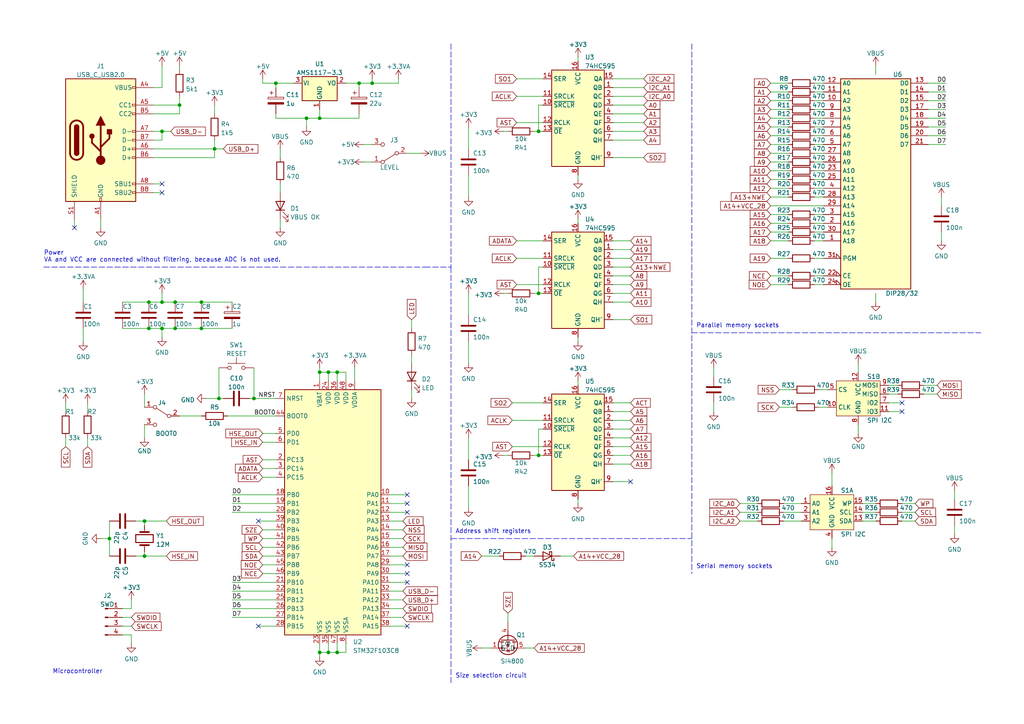
<source format=kicad_sch>
(kicad_sch (version 20211123) (generator eeschema)
  (paper "A4")
  (title_block (title "Memory dumper") (date "2022-10-15") (rev "0.1") (comment 1 "Made by HA5PLS"))
  (junction (at 156.21 38.1))
  (junction (at 73.66 115.57))
  (junction (at 58.42 87.63))
  (junction (at 80.01 24.13))
  (junction (at 92.71 107.95))
  (junction (at 107.95 24.13))
  (junction (at 41.91 151.13))
  (junction (at 156.21 85.09))
  (junction (at 50.8 87.63))
  (junction (at 95.25 107.95))
  (junction (at 46.99 38.1))
  (junction (at 46.99 95.25))
  (junction (at 58.42 95.25))
  (junction (at 95.25 189.23))
  (junction (at 92.71 189.23))
  (junction (at 46.99 87.63))
  (junction (at 43.18 95.25))
  (junction (at 63.5 115.57))
  (junction (at 43.18 87.63))
  (junction (at 97.79 189.23))
  (junction (at 92.71 34.29))
  (junction (at 50.8 95.25))
  (junction (at 97.79 107.95))
  (junction (at 62.23 43.18))
  (junction (at 88.9 34.29))
  (junction (at 156.21 132.08))
  (junction (at 31.75 156.21))
  (junction (at 104.14 24.13))
  (junction (at 52.07 30.48))
  (junction (at 41.91 161.29))
  (no_connect (at 21.59 66.04))
  (no_connect (at 46.99 55.88))
  (no_connect (at 46.99 53.34))
  (no_connect (at 182.88 139.7))
  (no_connect (at 261.62 116.84))
  (no_connect (at 261.62 119.38))
  (no_connect (at 74.93 181.61))
  (no_connect (at 74.93 151.13))
  (no_connect (at 118.11 168.91))
  (no_connect (at 118.11 181.61))
  (no_connect (at 118.11 163.83))
  (no_connect (at 118.11 166.37))
  (no_connect (at 118.11 143.51))
  (no_connect (at 118.11 146.05))
  (no_connect (at 118.11 148.59))
  (wire (pts (xy 66.04 120.65) (xy 80.01 120.65)))
  (wire (pts (xy 257.81 114.3) (xy 260.35 114.3)))
  (wire (pts (xy 223.52 29.21) (xy 228.6 29.21)))
  (wire (pts (xy 62.23 43.18) (xy 64.77 43.18)))
  (wire (pts (xy 269.24 34.29) (xy 274.32 34.29)))
  (wire (pts (xy 223.52 74.93) (xy 228.6 74.93)))
  (wire (pts (xy 236.22 80.01) (xy 238.76 80.01)))
  (wire (pts (xy 223.52 41.91) (xy 228.6 41.91)))
  (wire (pts (xy 214.63 151.13) (xy 219.71 151.13)))
  (wire (pts (xy 41.91 151.13) (xy 48.26 151.13)))
  (wire (pts (xy 21.59 63.5) (xy 21.59 66.04)))
  (wire (pts (xy 223.52 59.69) (xy 238.76 59.69)))
  (wire (pts (xy 44.45 45.72) (xy 62.23 45.72)))
  (wire (pts (xy 44.45 25.4) (xy 46.99 25.4)))
  (wire (pts (xy 19.05 129.54) (xy 19.05 127)))
  (wire (pts (xy 31.75 156.21) (xy 29.21 156.21)))
  (wire (pts (xy 115.57 24.13) (xy 115.57 22.86)))
  (wire (pts (xy 67.31 176.53) (xy 80.01 176.53)))
  (wire (pts (xy 261.62 151.13) (xy 265.43 151.13)))
  (wire (pts (xy 104.14 33.02) (xy 104.14 34.29)))
  (wire (pts (xy 113.03 153.67) (xy 116.84 153.67)))
  (wire (pts (xy 63.5 115.57) (xy 64.77 115.57)))
  (wire (pts (xy 50.8 95.25) (xy 58.42 95.25)))
  (wire (pts (xy 41.91 160.02) (xy 41.91 161.29)))
  (wire (pts (xy 273.05 57.15) (xy 273.05 59.69)))
  (wire (pts (xy 67.31 171.45) (xy 80.01 171.45)))
  (wire (pts (xy 92.71 186.69) (xy 92.71 189.23)))
  (wire (pts (xy 119.38 92.71) (xy 119.38 95.25)))
  (wire (pts (xy 113.03 156.21) (xy 116.84 156.21)))
  (wire (pts (xy 95.25 189.23) (xy 97.79 189.23)))
  (wire (pts (xy 177.8 119.38) (xy 182.88 119.38)))
  (wire (pts (xy 76.2 156.21) (xy 80.01 156.21)))
  (wire (pts (xy 100.33 107.95) (xy 100.33 110.49)))
  (wire (pts (xy 177.8 38.1) (xy 186.69 38.1)))
  (wire (pts (xy 76.2 24.13) (xy 80.01 24.13)))
  (wire (pts (xy 223.52 44.45) (xy 228.6 44.45)))
  (wire (pts (xy 250.19 151.13) (xy 254 151.13)))
  (wire (pts (xy 135.89 85.09) (xy 135.89 91.44)))
  (wire (pts (xy 25.4 129.54) (xy 25.4 127)))
  (wire (pts (xy 241.3 137.16) (xy 241.3 140.97)))
  (wire (pts (xy 62.23 43.18) (xy 62.23 45.72)))
  (wire (pts (xy 105.41 46.99) (xy 107.95 46.99)))
  (wire (pts (xy 254 19.05) (xy 254 21.59)))
  (wire (pts (xy 156.21 77.47) (xy 156.21 85.09)))
  (wire (pts (xy 149.86 35.56) (xy 157.48 35.56)))
  (wire (pts (xy 113.03 146.05) (xy 118.11 146.05)))
  (wire (pts (xy 236.22 74.93) (xy 238.76 74.93)))
  (wire (pts (xy 149.86 27.94) (xy 157.48 27.94)))
  (wire (pts (xy 135.89 99.06) (xy 135.89 105.41)))
  (wire (pts (xy 92.71 106.68) (xy 92.71 107.95)))
  (polyline (pts (xy 12.7 77.47) (xy 123.19 77.47)))
  (wire (pts (xy 207.01 116.84) (xy 207.01 119.38)))
  (wire (pts (xy 236.22 44.45) (xy 238.76 44.45)))
  (wire (pts (xy 116.84 151.13) (xy 113.03 151.13)))
  (wire (pts (xy 177.8 25.4) (xy 186.69 25.4)))
  (wire (pts (xy 41.91 123.19) (xy 41.91 127)))
  (wire (pts (xy 177.8 129.54) (xy 182.88 129.54)))
  (wire (pts (xy 154.94 132.08) (xy 156.21 132.08)))
  (wire (pts (xy 149.86 74.93) (xy 157.48 74.93)))
  (wire (pts (xy 80.01 33.02) (xy 80.01 34.29)))
  (wire (pts (xy 25.4 119.38) (xy 25.4 116.84)))
  (wire (pts (xy 207.01 106.68) (xy 207.01 109.22)))
  (wire (pts (xy 156.21 38.1) (xy 157.48 38.1)))
  (wire (pts (xy 119.38 113.03) (xy 119.38 115.57)))
  (wire (pts (xy 41.91 114.3) (xy 41.91 118.11)))
  (wire (pts (xy 74.93 151.13) (xy 80.01 151.13)))
  (wire (pts (xy 236.22 57.15) (xy 238.76 57.15)))
  (wire (pts (xy 44.45 38.1) (xy 46.99 38.1)))
  (wire (pts (xy 214.63 148.59) (xy 219.71 148.59)))
  (polyline (pts (xy 200.66 12.7) (xy 200.66 166.37)))
  (wire (pts (xy 248.92 123.19) (xy 248.92 125.73)))
  (wire (pts (xy 31.75 151.13) (xy 31.75 156.21)))
  (wire (pts (xy 76.2 158.75) (xy 80.01 158.75)))
  (wire (pts (xy 254 85.09) (xy 254 87.63)))
  (wire (pts (xy 38.1 184.15) (xy 38.1 186.69)))
  (wire (pts (xy 177.8 40.64) (xy 186.69 40.64)))
  (wire (pts (xy 237.49 113.03) (xy 240.03 113.03)))
  (wire (pts (xy 81.28 43.18) (xy 81.28 45.72)))
  (wire (pts (xy 76.2 166.37) (xy 80.01 166.37)))
  (wire (pts (xy 35.56 184.15) (xy 38.1 184.15)))
  (wire (pts (xy 50.8 87.63) (xy 58.42 87.63)))
  (wire (pts (xy 24.13 83.82) (xy 24.13 87.63)))
  (wire (pts (xy 267.97 111.76) (xy 271.78 111.76)))
  (wire (pts (xy 177.8 27.94) (xy 186.69 27.94)))
  (wire (pts (xy 177.8 69.85) (xy 182.88 69.85)))
  (wire (pts (xy 85.09 24.13) (xy 80.01 24.13)))
  (wire (pts (xy 214.63 146.05) (xy 219.71 146.05)))
  (wire (pts (xy 226.06 118.11) (xy 229.87 118.11)))
  (wire (pts (xy 135.89 127) (xy 135.89 133.35)))
  (wire (pts (xy 237.49 118.11) (xy 240.03 118.11)))
  (wire (pts (xy 223.52 46.99) (xy 228.6 46.99)))
  (wire (pts (xy 46.99 95.25) (xy 46.99 97.79)))
  (wire (pts (xy 58.42 87.63) (xy 67.31 87.63)))
  (wire (pts (xy 102.87 106.68) (xy 102.87 110.49)))
  (wire (pts (xy 76.2 161.29) (xy 80.01 161.29)))
  (wire (pts (xy 104.14 24.13) (xy 107.95 24.13)))
  (wire (pts (xy 177.8 45.72) (xy 186.69 45.72)))
  (wire (pts (xy 67.31 148.59) (xy 80.01 148.59)))
  (wire (pts (xy 35.56 179.07) (xy 38.1 179.07)))
  (wire (pts (xy 223.52 62.23) (xy 228.6 62.23)))
  (wire (pts (xy 269.24 41.91) (xy 274.32 41.91)))
  (wire (pts (xy 248.92 105.41) (xy 248.92 107.95)))
  (wire (pts (xy 119.38 102.87) (xy 119.38 105.41)))
  (wire (pts (xy 154.94 85.09) (xy 156.21 85.09)))
  (wire (pts (xy 35.56 95.25) (xy 43.18 95.25)))
  (wire (pts (xy 223.52 80.01) (xy 228.6 80.01)))
  (wire (pts (xy 95.25 107.95) (xy 95.25 110.49)))
  (wire (pts (xy 95.25 186.69) (xy 95.25 189.23)))
  (wire (pts (xy 52.07 19.05) (xy 52.07 20.32)))
  (wire (pts (xy 152.4 187.96) (xy 154.94 187.96)))
  (wire (pts (xy 149.86 69.85) (xy 157.48 69.85)))
  (wire (pts (xy 74.93 181.61) (xy 80.01 181.61)))
  (wire (pts (xy 223.52 34.29) (xy 228.6 34.29)))
  (wire (pts (xy 236.22 69.85) (xy 238.76 69.85)))
  (wire (pts (xy 113.03 173.99) (xy 116.84 173.99)))
  (wire (pts (xy 177.8 134.62) (xy 182.88 134.62)))
  (wire (pts (xy 156.21 132.08) (xy 157.48 132.08)))
  (wire (pts (xy 177.8 72.39) (xy 182.88 72.39)))
  (wire (pts (xy 88.9 34.29) (xy 92.71 34.29)))
  (wire (pts (xy 267.97 114.3) (xy 271.78 114.3)))
  (wire (pts (xy 113.03 143.51) (xy 118.11 143.51)))
  (wire (pts (xy 46.99 87.63) (xy 50.8 87.63)))
  (wire (pts (xy 177.8 127) (xy 182.88 127)))
  (wire (pts (xy 49.53 38.1) (xy 46.99 38.1)))
  (wire (pts (xy 167.64 110.49) (xy 167.64 111.76)))
  (wire (pts (xy 223.52 24.13) (xy 228.6 24.13)))
  (wire (pts (xy 177.8 77.47) (xy 182.88 77.47)))
  (wire (pts (xy 261.62 148.59) (xy 265.43 148.59)))
  (wire (pts (xy 76.2 128.27) (xy 80.01 128.27)))
  (wire (pts (xy 100.33 186.69) (xy 100.33 189.23)))
  (wire (pts (xy 43.18 95.25) (xy 46.99 95.25)))
  (wire (pts (xy 107.95 24.13) (xy 115.57 24.13)))
  (wire (pts (xy 177.8 80.01) (xy 182.88 80.01)))
  (wire (pts (xy 92.71 190.5) (xy 92.71 189.23)))
  (wire (pts (xy 67.31 143.51) (xy 80.01 143.51)))
  (wire (pts (xy 236.22 62.23) (xy 238.76 62.23)))
  (wire (pts (xy 113.03 168.91) (xy 118.11 168.91)))
  (wire (pts (xy 223.52 31.75) (xy 228.6 31.75)))
  (wire (pts (xy 31.75 156.21) (xy 31.75 161.29)))
  (wire (pts (xy 73.66 115.57) (xy 80.01 115.57)))
  (wire (pts (xy 76.2 125.73) (xy 80.01 125.73)))
  (wire (pts (xy 269.24 26.67) (xy 274.32 26.67)))
  (wire (pts (xy 177.8 82.55) (xy 182.88 82.55)))
  (wire (pts (xy 157.48 30.48) (xy 156.21 30.48)))
  (wire (pts (xy 97.79 186.69) (xy 97.79 189.23)))
  (wire (pts (xy 177.8 116.84) (xy 182.88 116.84)))
  (wire (pts (xy 92.71 31.75) (xy 92.71 34.29)))
  (wire (pts (xy 147.32 177.8) (xy 147.32 180.34)))
  (wire (pts (xy 156.21 124.46) (xy 156.21 132.08)))
  (wire (pts (xy 177.8 22.86) (xy 186.69 22.86)))
  (wire (pts (xy 29.21 63.5) (xy 29.21 66.04)))
  (wire (pts (xy 149.86 22.86) (xy 157.48 22.86)))
  (wire (pts (xy 63.5 106.68) (xy 63.5 115.57)))
  (wire (pts (xy 35.56 87.63) (xy 43.18 87.63)))
  (wire (pts (xy 167.64 97.79) (xy 167.64 99.06)))
  (wire (pts (xy 58.42 95.25) (xy 67.31 95.25)))
  (wire (pts (xy 67.31 179.07) (xy 80.01 179.07)))
  (wire (pts (xy 223.52 69.85) (xy 228.6 69.85)))
  (wire (pts (xy 177.8 35.56) (xy 186.69 35.56)))
  (wire (pts (xy 100.33 189.23) (xy 97.79 189.23)))
  (wire (pts (xy 236.22 26.67) (xy 238.76 26.67)))
  (wire (pts (xy 135.89 36.83) (xy 135.89 43.18)))
  (polyline (pts (xy 200.66 96.52) (xy 284.48 96.52)))
  (wire (pts (xy 236.22 29.21) (xy 238.76 29.21)))
  (wire (pts (xy 81.28 63.5) (xy 81.28 66.04)))
  (wire (pts (xy 46.99 95.25) (xy 50.8 95.25)))
  (wire (pts (xy 44.45 55.88) (xy 46.99 55.88)))
  (wire (pts (xy 157.48 124.46) (xy 156.21 124.46)))
  (wire (pts (xy 273.05 67.31) (xy 273.05 69.85)))
  (wire (pts (xy 67.31 168.91) (xy 80.01 168.91)))
  (wire (pts (xy 177.8 121.92) (xy 182.88 121.92)))
  (wire (pts (xy 156.21 85.09) (xy 157.48 85.09)))
  (wire (pts (xy 80.01 133.35) (xy 76.2 133.35)))
  (wire (pts (xy 107.95 22.86) (xy 107.95 24.13)))
  (wire (pts (xy 236.22 64.77) (xy 238.76 64.77)))
  (wire (pts (xy 177.8 33.02) (xy 186.69 33.02)))
  (wire (pts (xy 223.52 57.15) (xy 228.6 57.15)))
  (wire (pts (xy 236.22 34.29) (xy 238.76 34.29)))
  (wire (pts (xy 72.39 115.57) (xy 73.66 115.57)))
  (wire (pts (xy 97.79 107.95) (xy 97.79 110.49)))
  (wire (pts (xy 167.64 144.78) (xy 167.64 146.05)))
  (wire (pts (xy 154.94 38.1) (xy 156.21 38.1)))
  (wire (pts (xy 162.56 161.29) (xy 166.37 161.29)))
  (wire (pts (xy 80.01 34.29) (xy 88.9 34.29)))
  (wire (pts (xy 44.45 53.34) (xy 46.99 53.34)))
  (wire (pts (xy 269.24 39.37) (xy 274.32 39.37)))
  (wire (pts (xy 156.21 30.48) (xy 156.21 38.1)))
  (wire (pts (xy 223.52 26.67) (xy 228.6 26.67)))
  (wire (pts (xy 223.52 82.55) (xy 228.6 82.55)))
  (wire (pts (xy 167.64 63.5) (xy 167.64 64.77)))
  (wire (pts (xy 236.22 52.07) (xy 238.76 52.07)))
  (wire (pts (xy 177.8 124.46) (xy 182.88 124.46)))
  (wire (pts (xy 236.22 24.13) (xy 238.76 24.13)))
  (wire (pts (xy 113.03 176.53) (xy 116.84 176.53)))
  (polyline (pts (xy 123.19 77.47) (xy 130.81 77.47)))
  (wire (pts (xy 257.81 116.84) (xy 261.62 116.84)))
  (wire (pts (xy 113.03 166.37) (xy 118.11 166.37)))
  (wire (pts (xy 76.2 138.43) (xy 80.01 138.43)))
  (polyline (pts (xy 130.81 12.7) (xy 130.81 77.47)))
  (wire (pts (xy 177.8 85.09) (xy 182.88 85.09)))
  (wire (pts (xy 62.23 30.48) (xy 62.23 33.02)))
  (wire (pts (xy 152.4 161.29) (xy 154.94 161.29)))
  (wire (pts (xy 148.59 129.54) (xy 157.48 129.54)))
  (wire (pts (xy 269.24 31.75) (xy 274.32 31.75)))
  (wire (pts (xy 223.52 52.07) (xy 228.6 52.07)))
  (wire (pts (xy 113.03 181.61) (xy 118.11 181.61)))
  (wire (pts (xy 59.69 115.57) (xy 63.5 115.57)))
  (wire (pts (xy 39.37 151.13) (xy 41.91 151.13)))
  (polyline (pts (xy 130.81 156.21) (xy 200.66 156.21)))
  (wire (pts (xy 92.71 34.29) (xy 104.14 34.29)))
  (wire (pts (xy 250.19 146.05) (xy 254 146.05)))
  (wire (pts (xy 148.59 116.84) (xy 157.48 116.84)))
  (wire (pts (xy 257.81 119.38) (xy 261.62 119.38)))
  (wire (pts (xy 157.48 77.47) (xy 156.21 77.47)))
  (wire (pts (xy 236.22 36.83) (xy 238.76 36.83)))
  (wire (pts (xy 236.22 31.75) (xy 238.76 31.75)))
  (wire (pts (xy 19.05 119.38) (xy 19.05 116.84)))
  (wire (pts (xy 46.99 19.05) (xy 46.99 25.4)))
  (wire (pts (xy 241.3 156.21) (xy 241.3 158.75)))
  (wire (pts (xy 236.22 67.31) (xy 238.76 67.31)))
  (wire (pts (xy 24.13 95.25) (xy 24.13 99.06)))
  (wire (pts (xy 76.2 153.67) (xy 80.01 153.67)))
  (wire (pts (xy 261.62 146.05) (xy 265.43 146.05)))
  (wire (pts (xy 223.52 49.53) (xy 228.6 49.53)))
  (wire (pts (xy 43.18 87.63) (xy 46.99 87.63)))
  (wire (pts (xy 250.19 148.59) (xy 254 148.59)))
  (wire (pts (xy 113.03 179.07) (xy 116.84 179.07)))
  (wire (pts (xy 113.03 158.75) (xy 116.84 158.75)))
  (wire (pts (xy 80.01 135.89) (xy 76.2 135.89)))
  (wire (pts (xy 52.07 33.02) (xy 52.07 30.48)))
  (wire (pts (xy 67.31 173.99) (xy 80.01 173.99)))
  (wire (pts (xy 146.05 38.1) (xy 147.32 38.1)))
  (wire (pts (xy 227.33 151.13) (xy 232.41 151.13)))
  (wire (pts (xy 41.91 161.29) (xy 39.37 161.29)))
  (wire (pts (xy 41.91 151.13) (xy 41.91 152.4)))
  (wire (pts (xy 236.22 54.61) (xy 238.76 54.61)))
  (wire (pts (xy 76.2 163.83) (xy 80.01 163.83)))
  (wire (pts (xy 67.31 146.05) (xy 80.01 146.05)))
  (wire (pts (xy 113.03 161.29) (xy 116.84 161.29)))
  (wire (pts (xy 95.25 107.95) (xy 97.79 107.95)))
  (wire (pts (xy 76.2 22.86) (xy 76.2 24.13)))
  (wire (pts (xy 177.8 30.48) (xy 186.69 30.48)))
  (wire (pts (xy 139.7 187.96) (xy 142.24 187.96)))
  (wire (pts (xy 236.22 82.55) (xy 238.76 82.55)))
  (wire (pts (xy 139.7 161.29) (xy 144.78 161.29)))
  (wire (pts (xy 135.89 140.97) (xy 135.89 147.32)))
  (wire (pts (xy 167.64 16.51) (xy 167.64 17.78)))
  (wire (pts (xy 177.8 87.63) (xy 182.88 87.63)))
  (wire (pts (xy 167.64 50.8) (xy 167.64 52.07)))
  (wire (pts (xy 38.1 176.53) (xy 38.1 173.99)))
  (polyline (pts (xy 130.81 77.47) (xy 130.81 198.12)))
  (wire (pts (xy 81.28 53.34) (xy 81.28 55.88)))
  (wire (pts (xy 113.03 171.45) (xy 116.84 171.45)))
  (wire (pts (xy 113.03 163.83) (xy 118.11 163.83)))
  (wire (pts (xy 52.07 27.94) (xy 52.07 30.48)))
  (wire (pts (xy 135.89 50.8) (xy 135.89 57.15)))
  (wire (pts (xy 46.99 38.1) (xy 46.99 40.64)))
  (wire (pts (xy 276.86 152.4) (xy 276.86 154.94)))
  (wire (pts (xy 269.24 36.83) (xy 274.32 36.83)))
  (wire (pts (xy 223.52 64.77) (xy 228.6 64.77)))
  (wire (pts (xy 62.23 40.64) (xy 62.23 43.18)))
  (wire (pts (xy 223.52 39.37) (xy 228.6 39.37)))
  (wire (pts (xy 236.22 49.53) (xy 238.76 49.53)))
  (wire (pts (xy 236.22 46.99) (xy 238.76 46.99)))
  (wire (pts (xy 41.91 161.29) (xy 48.26 161.29)))
  (wire (pts (xy 46.99 85.09) (xy 46.99 87.63)))
  (wire (pts (xy 44.45 43.18) (xy 62.23 43.18)))
  (wire (pts (xy 88.9 34.29) (xy 88.9 36.83)))
  (wire (pts (xy 257.81 111.76) (xy 260.35 111.76)))
  (wire (pts (xy 92.71 189.23) (xy 95.25 189.23)))
  (wire (pts (xy 52.07 120.65) (xy 58.42 120.65)))
  (wire (pts (xy 73.66 115.57) (xy 73.66 106.68)))
  (wire (pts (xy 149.86 82.55) (xy 157.48 82.55)))
  (wire (pts (xy 177.8 74.93) (xy 182.88 74.93)))
  (wire (pts (xy 104.14 24.13) (xy 104.14 25.4)))
  (wire (pts (xy 146.05 132.08) (xy 147.32 132.08)))
  (wire (pts (xy 223.52 36.83) (xy 228.6 36.83)))
  (wire (pts (xy 276.86 142.24) (xy 276.86 144.78)))
  (wire (pts (xy 35.56 181.61) (xy 38.1 181.61)))
  (wire (pts (xy 227.33 146.05) (xy 232.41 146.05)))
  (wire (pts (xy 44.45 40.64) (xy 46.99 40.64)))
  (wire (pts (xy 146.05 85.09) (xy 147.32 85.09)))
  (wire (pts (xy 236.22 41.91) (xy 238.76 41.91)))
  (wire (pts (xy 44.45 33.02) (xy 52.07 33.02)))
  (wire (pts (xy 80.01 24.13) (xy 80.01 25.4)))
  (wire (pts (xy 236.22 39.37) (xy 238.76 39.37)))
  (wire (pts (xy 100.33 24.13) (xy 104.14 24.13)))
  (wire (pts (xy 92.71 107.95) (xy 95.25 107.95)))
  (wire (pts (xy 148.59 121.92) (xy 157.48 121.92)))
  (wire (pts (xy 226.06 113.03) (xy 229.87 113.03)))
  (wire (pts (xy 223.52 54.61) (xy 228.6 54.61)))
  (wire (pts (xy 177.8 139.7) (xy 182.88 139.7)))
  (wire (pts (xy 92.71 107.95) (xy 92.71 110.49)))
  (wire (pts (xy 97.79 107.95) (xy 100.33 107.95)))
  (wire (pts (xy 44.45 30.48) (xy 52.07 30.48)))
  (wire (pts (xy 269.24 29.21) (xy 274.32 29.21)))
  (wire (pts (xy 269.24 24.13) (xy 274.32 24.13)))
  (wire (pts (xy 113.03 148.59) (xy 118.11 148.59)))
  (wire (pts (xy 177.8 132.08) (xy 182.88 132.08)))
  (wire (pts (xy 227.33 148.59) (xy 232.41 148.59)))
  (wire (pts (xy 177.8 92.71) (xy 182.88 92.71)))
  (wire (pts (xy 105.41 41.91) (xy 107.95 41.91)))
  (wire (pts (xy 35.56 176.53) (xy 38.1 176.53)))
  (wire (pts (xy 223.52 67.31) (xy 228.6 67.31)))
  (wire (pts (xy 118.11 44.45) (xy 121.92 44.45)))
  (text "Address shift registers\n" (at 132.08 154.94 0) (effects (font (size 1.27 1.27)) (justify left bottom)))
  (text "Size selection circuit\n" (at 132.08 196.85 0) (effects (font (size 1.27 1.27)) (justify left bottom)))
  (text "Power\nVA and VCC are connected without filtering, because ADC is not used." (at 12.7 76.2 0) (effects (font (size 1.27 1.27)) (justify left bottom)))
  (text "Microcontroller" (at 15.24 195.58 0) (effects (font (size 1.27 1.27)) (justify left bottom)))
  (text "Serial memory sockets\n" (at 201.93 165.1 0) (effects (font (size 1.27 1.27)) (justify left bottom)))
  (text "Parallel memory sockets\n" (at 201.93 95.25 0) (effects (font (size 1.27 1.27)) (justify left bottom)))
  (label "D5" (at 271.78 36.83 0))
  (label "D4" (at 67.31 171.45 0))
  (label "D7" (at 271.78 41.91 0))
  (label "D2" (at 67.31 148.59 0))
  (label "D3" (at 67.31 168.91 0))
  (label "D0" (at 67.31 143.51 0))
  (label "D0" (at 271.78 24.13 0))
  (label "D6" (at 271.78 39.37 0))
  (label "BOOT0" (at 73.66 120.65 0))
  (label "D7" (at 67.31 179.07 0))
  (label "D6" (at 67.31 176.53 0))
  (label "D5" (at 67.31 173.99 0))
  (label "NRST" (at 74.93 115.57 0))
  (label "D2" (at 271.78 29.21 0))
  (label "D1" (at 271.78 26.67 0))
  (label "D4" (at 271.78 34.29 0))
  (label "D3" (at 271.78 31.75 0))
  (label "D1" (at 67.31 146.05 0))
  (global_label "HSE_OUT" (shape input) (at 48.26 151.13 0) (property "Intersheet References" "${INTERSHEET_REFS}" (effects hide)))
  (global_label "USB_D-" (shape input) (at 49.53 38.1 0) (property "Intersheet References" "${INTERSHEET_REFS}" (effects hide)))
  (global_label "SO2" (shape input) (at 186.69 45.72 0) (property "Intersheet References" "${INTERSHEET_REFS}" (effects hide)))
  (global_label "A0" (shape input) (at 223.52 24.13 180) (property "Intersheet References" "${INTERSHEET_REFS}" (effects hide)))
  (global_label "A16" (shape input) (at 223.52 64.77 180) (property "Intersheet References" "${INTERSHEET_REFS}" (effects hide)))
  (global_label "A6" (shape input) (at 223.52 39.37 180) (property "Intersheet References" "${INTERSHEET_REFS}" (effects hide)))
  (global_label "A15" (shape input) (at 182.88 129.54 0) (property "Intersheet References" "${INTERSHEET_REFS}" (effects hide)))
  (global_label "A18" (shape input) (at 223.52 69.85 180) (property "Intersheet References" "${INTERSHEET_REFS}" (effects hide)))
  (global_label "A1" (shape input) (at 186.69 33.02 0) (property "Intersheet References" "${INTERSHEET_REFS}" (effects hide)))
  (global_label "A3" (shape input) (at 223.52 31.75 180) (property "Intersheet References" "${INTERSHEET_REFS}" (effects hide)))
  (global_label "USB_D-" (shape input) (at 116.84 171.45 0) (property "Intersheet References" "${INTERSHEET_REFS}" (effects hide)))
  (global_label "MOSI" (shape input) (at 271.78 111.76 0) (property "Intersheet References" "${INTERSHEET_REFS}" (effects hide)))
  (global_label "SO2" (shape input) (at 148.59 116.84 180) (property "Intersheet References" "${INTERSHEET_REFS}" (effects hide)))
  (global_label "I2C_A0" (shape input) (at 214.63 146.05 180) (property "Intersheet References" "${INTERSHEET_REFS}" (effects hide)))
  (global_label "A10" (shape input) (at 223.52 49.53 180) (property "Intersheet References" "${INTERSHEET_REFS}" (effects hide)))
  (global_label "USB_D+" (shape input) (at 64.77 43.18 0) (property "Intersheet References" "${INTERSHEET_REFS}" (effects hide)))
  (global_label "HSE_IN" (shape input) (at 76.2 128.27 180) (property "Intersheet References" "${INTERSHEET_REFS}" (effects hide)))
  (global_label "A12" (shape input) (at 223.52 54.61 180) (property "Intersheet References" "${INTERSHEET_REFS}" (effects hide)))
  (global_label "AST" (shape input) (at 149.86 35.56 180) (property "Intersheet References" "${INTERSHEET_REFS}" (effects hide)))
  (global_label "ACLK" (shape input) (at 149.86 74.93 180) (property "Intersheet References" "${INTERSHEET_REFS}" (effects hide)))
  (global_label "A10" (shape input) (at 182.88 87.63 0) (property "Intersheet References" "${INTERSHEET_REFS}" (effects hide)))
  (global_label "A14+VCC_28" (shape input) (at 154.94 187.96 0) (property "Intersheet References" "${INTERSHEET_REFS}" (effects hide)))
  (global_label "SO1" (shape input) (at 182.88 92.71 0) (property "Intersheet References" "${INTERSHEET_REFS}" (effects hide)))
  (global_label "A14+VCC_28" (shape input) (at 166.37 161.29 0) (property "Intersheet References" "${INTERSHEET_REFS}" (effects hide)))
  (global_label "A13+NWE" (shape input) (at 182.88 77.47 0) (property "Intersheet References" "${INTERSHEET_REFS}" (effects hide)))
  (global_label "HSE_IN" (shape input) (at 48.26 161.29 0) (property "Intersheet References" "${INTERSHEET_REFS}" (effects hide)))
  (global_label "A7" (shape input) (at 223.52 41.91 180) (property "Intersheet References" "${INTERSHEET_REFS}" (effects hide)))
  (global_label "SCK" (shape input) (at 226.06 118.11 180) (property "Intersheet References" "${INTERSHEET_REFS}" (effects hide)))
  (global_label "SCL" (shape input) (at 265.43 148.59 0) (property "Intersheet References" "${INTERSHEET_REFS}" (effects hide)))
  (global_label "NCE" (shape input) (at 223.52 80.01 180) (property "Intersheet References" "${INTERSHEET_REFS}" (effects hide)))
  (global_label "SWCLK" (shape input) (at 116.84 179.07 0) (property "Intersheet References" "${INTERSHEET_REFS}" (effects hide)))
  (global_label "NOE" (shape input) (at 223.52 82.55 180) (property "Intersheet References" "${INTERSHEET_REFS}" (effects hide)))
  (global_label "I2C_A2" (shape input) (at 186.69 22.86 0) (property "Intersheet References" "${INTERSHEET_REFS}" (effects hide)))
  (global_label "ADATA" (shape input) (at 76.2 135.89 180) (property "Intersheet References" "${INTERSHEET_REFS}" (effects hide)))
  (global_label "A14+VCC_28" (shape input) (at 223.52 59.69 180) (property "Intersheet References" "${INTERSHEET_REFS}" (effects hide)))
  (global_label "A19" (shape input) (at 223.52 74.93 180) (property "Intersheet References" "${INTERSHEET_REFS}" (effects hide)))
  (global_label "LED" (shape input) (at 119.38 92.71 90) (property "Intersheet References" "${INTERSHEET_REFS}" (effects hide)))
  (global_label "ACLK" (shape input) (at 149.86 27.94 180) (property "Intersheet References" "${INTERSHEET_REFS}" (effects hide)))
  (global_label "NCE" (shape input) (at 76.2 166.37 180) (property "Intersheet References" "${INTERSHEET_REFS}" (effects hide)))
  (global_label "LED" (shape input) (at 116.84 151.13 0) (property "Intersheet References" "${INTERSHEET_REFS}" (effects hide)))
  (global_label "I2C_A0" (shape input) (at 186.69 27.94 0) (property "Intersheet References" "${INTERSHEET_REFS}" (effects hide)))
  (global_label "HSE_OUT" (shape input) (at 76.2 125.73 180) (property "Intersheet References" "${INTERSHEET_REFS}" (effects hide)))
  (global_label "A5" (shape input) (at 223.52 36.83 180) (property "Intersheet References" "${INTERSHEET_REFS}" (effects hide)))
  (global_label "USB_D+" (shape input) (at 116.84 173.99 0) (property "Intersheet References" "${INTERSHEET_REFS}" (effects hide)))
  (global_label "ADATA" (shape input) (at 149.86 69.85 180) (property "Intersheet References" "${INTERSHEET_REFS}" (effects hide)))
  (global_label "A14" (shape input) (at 139.7 161.29 180) (property "Intersheet References" "${INTERSHEET_REFS}" (effects hide)))
  (global_label "AST" (shape input) (at 149.86 82.55 180) (property "Intersheet References" "${INTERSHEET_REFS}" (effects hide)))
  (global_label "A17" (shape input) (at 223.52 67.31 180) (property "Intersheet References" "${INTERSHEET_REFS}" (effects hide)))
  (global_label "SCL" (shape input) (at 76.2 158.75 180) (property "Intersheet References" "${INTERSHEET_REFS}" (effects hide)))
  (global_label "I2C_A2" (shape input) (at 214.63 151.13 180) (property "Intersheet References" "${INTERSHEET_REFS}" (effects hide)))
  (global_label "ACLK" (shape input) (at 76.2 138.43 180) (property "Intersheet References" "${INTERSHEET_REFS}" (effects hide)))
  (global_label "A9" (shape input) (at 182.88 82.55 0) (property "Intersheet References" "${INTERSHEET_REFS}" (effects hide)))
  (global_label "A1" (shape input) (at 223.52 26.67 180) (property "Intersheet References" "${INTERSHEET_REFS}" (effects hide)))
  (global_label "SWDIO" (shape input) (at 38.1 179.07 0) (property "Intersheet References" "${INTERSHEET_REFS}" (effects hide)))
  (global_label "A0" (shape input) (at 186.69 30.48 0) (property "Intersheet References" "${INTERSHEET_REFS}" (effects hide)))
  (global_label "A3" (shape input) (at 186.69 38.1 0) (property "Intersheet References" "${INTERSHEET_REFS}" (effects hide)))
  (global_label "NSS" (shape input) (at 226.06 113.03 180) (property "Intersheet References" "${INTERSHEET_REFS}" (effects hide)))
  (global_label "SZE" (shape input) (at 76.2 153.67 180) (property "Intersheet References" "${INTERSHEET_REFS}" (effects hide)))
  (global_label "AST" (shape input) (at 148.59 129.54 180) (property "Intersheet References" "${INTERSHEET_REFS}" (effects hide)))
  (global_label "A9" (shape input) (at 223.52 46.99 180) (property "Intersheet References" "${INTERSHEET_REFS}" (effects hide)))
  (global_label "A5" (shape input) (at 182.88 119.38 0) (property "Intersheet References" "${INTERSHEET_REFS}" (effects hide)))
  (global_label "A2" (shape input) (at 186.69 35.56 0) (property "Intersheet References" "${INTERSHEET_REFS}" (effects hide)))
  (global_label "A18" (shape input) (at 182.88 134.62 0) (property "Intersheet References" "${INTERSHEET_REFS}" (effects hide)))
  (global_label "SO1" (shape input) (at 149.86 22.86 180) (property "Intersheet References" "${INTERSHEET_REFS}" (effects hide)))
  (global_label "MISO" (shape input) (at 271.78 114.3 0) (property "Intersheet References" "${INTERSHEET_REFS}" (effects hide)))
  (global_label "SWCLK" (shape input) (at 38.1 181.61 0) (property "Intersheet References" "${INTERSHEET_REFS}" (effects hide)))
  (global_label "A8" (shape input) (at 182.88 80.01 0) (property "Intersheet References" "${INTERSHEET_REFS}" (effects hide)))
  (global_label "SDA" (shape input) (at 265.43 151.13 0) (property "Intersheet References" "${INTERSHEET_REFS}" (effects hide)))
  (global_label "MISO" (shape input) (at 116.84 158.75 0) (property "Intersheet References" "${INTERSHEET_REFS}" (effects hide)))
  (global_label "WP" (shape input) (at 76.2 156.21 180) (property "Intersheet References" "${INTERSHEET_REFS}" (effects hide)))
  (global_label "A12" (shape input) (at 182.88 127 0) (property "Intersheet References" "${INTERSHEET_REFS}" (effects hide)))
  (global_label "A11" (shape input) (at 223.52 52.07 180) (property "Intersheet References" "${INTERSHEET_REFS}" (effects hide)))
  (global_label "I2C_A1" (shape input) (at 186.69 25.4 0) (property "Intersheet References" "${INTERSHEET_REFS}" (effects hide)))
  (global_label "SCL" (shape input) (at 19.05 129.54 270) (property "Intersheet References" "${INTERSHEET_REFS}" (effects hide)))
  (global_label "SZE" (shape input) (at 147.32 177.8 90) (property "Intersheet References" "${INTERSHEET_REFS}" (effects hide)))
  (global_label "MOSI" (shape input) (at 116.84 161.29 0) (property "Intersheet References" "${INTERSHEET_REFS}" (effects hide)))
  (global_label "A6" (shape input) (at 182.88 121.92 0) (property "Intersheet References" "${INTERSHEET_REFS}" (effects hide)))
  (global_label "SWDIO" (shape input) (at 116.84 176.53 0) (property "Intersheet References" "${INTERSHEET_REFS}" (effects hide)))
  (global_label "A4" (shape input) (at 223.52 34.29 180) (property "Intersheet References" "${INTERSHEET_REFS}" (effects hide)))
  (global_label "A11" (shape input) (at 182.88 85.09 0) (property "Intersheet References" "${INTERSHEET_REFS}" (effects hide)))
  (global_label "A14" (shape input) (at 182.88 69.85 0) (property "Intersheet References" "${INTERSHEET_REFS}" (effects hide)))
  (global_label "ACLK" (shape input) (at 148.59 121.92 180) (property "Intersheet References" "${INTERSHEET_REFS}" (effects hide)))
  (global_label "A17" (shape input) (at 182.88 74.93 0) (property "Intersheet References" "${INTERSHEET_REFS}" (effects hide)))
  (global_label "I2C_A1" (shape input) (at 214.63 148.59 180) (property "Intersheet References" "${INTERSHEET_REFS}" (effects hide)))
  (global_label "A16" (shape input) (at 182.88 132.08 0) (property "Intersheet References" "${INTERSHEET_REFS}" (effects hide)))
  (global_label "SDA" (shape input) (at 76.2 161.29 180) (property "Intersheet References" "${INTERSHEET_REFS}" (effects hide)))
  (global_label "NSS" (shape input) (at 116.84 153.67 0) (property "Intersheet References" "${INTERSHEET_REFS}" (effects hide)))
  (global_label "A2" (shape input) (at 223.52 29.21 180) (property "Intersheet References" "${INTERSHEET_REFS}" (effects hide)))
  (global_label "WP" (shape input) (at 265.43 146.05 0) (property "Intersheet References" "${INTERSHEET_REFS}" (effects hide)))
  (global_label "NOE" (shape input) (at 76.2 163.83 180) (property "Intersheet References" "${INTERSHEET_REFS}" (effects hide)))
  (global_label "A13+NWE" (shape input) (at 223.52 57.15 180) (property "Intersheet References" "${INTERSHEET_REFS}" (effects hide)))
  (global_label "SDA" (shape input) (at 25.4 129.54 270) (property "Intersheet References" "${INTERSHEET_REFS}" (effects hide)))
  (global_label "A19" (shape input) (at 182.88 72.39 0) (property "Intersheet References" "${INTERSHEET_REFS}" (effects hide)))
  (global_label "SCK" (shape input) (at 116.84 156.21 0) (property "Intersheet References" "${INTERSHEET_REFS}" (effects hide)))
  (global_label "AST" (shape input) (at 76.2 133.35 180) (property "Intersheet References" "${INTERSHEET_REFS}" (effects hide)))
  (global_label "A8" (shape input) (at 223.52 44.45 180) (property "Intersheet References" "${INTERSHEET_REFS}" (effects hide)))
  (global_label "ACT" (shape input) (at 182.88 116.84 0) (property "Intersheet References" "${INTERSHEET_REFS}" (effects hide)))
  (global_label "A7" (shape input) (at 182.88 124.46 0) (property "Intersheet References" "${INTERSHEET_REFS}" (effects hide)))
  (global_label "A4" (shape input) (at 186.69 40.64 0) (property "Intersheet References" "${INTERSHEET_REFS}" (effects hide)))
  (global_label "A15" (shape input) (at 223.52 62.23 180) (property "Intersheet References" "${INTERSHEET_REFS}" (effects hide)))
  (symbol (lib_id "Device:R") (at 151.13 38.1 90) (mirror x) (unit 1)
    (property "Reference" "R41" (at 151.13 42.8158 90))
    (property "Value" "10k" (at 151.13 40.2789 90))
    (property "Footprint" "Resistor_SMD:R_0805_2012Metric_Pad1.20x1.40mm_HandSolder" (effects hide))
  )
  (symbol (lib_id "Device:C_Polarized") (at 67.31 91.44 0) (unit 1)
    (property "Reference" "C2" (at 67.31 88.9 0) (effects (justify left)))
    (property "Value" "1u" (at 67.31 93.98 0) (effects (justify left)))
    (property "Footprint" "Capacitor_SMD:CP_Elec_4x4.5" (effects hide))
  )
  (symbol (lib_id "Device:R") (at 232.41 52.07 90) (unit 1)
    (property "Reference" "R19" (at 227.33 50.8 90))
    (property "Value" "470" (at 237.49 50.8 90))
    (property "Footprint" "Resistor_SMD:R_0805_2012Metric_Pad1.20x1.40mm_HandSolder" (effects hide))
  )
  (symbol (lib_id "power:VBUS") (at 248.92 105.41 0) (unit 1)
    (property "Reference" "#PWR055" (effects hide))
    (property "Value" "VBUS" (at 248.92 101.8342 0))
  )
  (symbol (lib_id "Device:Crystal") (at 41.91 156.21 270) (unit 1)
    (property "Reference" "Y1" (at 45.2374 155.3753 90) (effects (justify left)))
    (property "Value" "12M" (at 45.2374 157.9122 90) (effects (justify left)))
    (property "Footprint" "Crystal:Crystal_HC18-U_Vertical" (effects hide))
  )
  (symbol (lib_id "power:VBUS") (at 121.92 44.45 270) (unit 1)
    (property "Reference" "#PWR029" (effects hide))
    (property "Value" "VBUS" (at 124.46 44.45 90) (effects (justify left)))
  )
  (symbol (lib_id "memdump:SI4800") (at 147.32 187.96 270) (unit 1)
    (property "Reference" "Q1" (at 151.13 184.15 90))
    (property "Value" "SI4800" (at 148.59 191.77 90))
    (property "Footprint" "Package_SO:SO-8_3.9x4.9mm_P1.27mm" (effects hide))
  )
  (symbol (lib_id "power:+5V") (at 46.99 19.05 0) (unit 1)
    (property "Reference" "#PWR011" (effects hide))
    (property "Value" "+5V" (at 46.99 15.4742 0))
  )
  (symbol (lib_id "Device:R") (at 232.41 54.61 90) (unit 1)
    (property "Reference" "R20" (at 227.33 53.34 90))
    (property "Value" "470" (at 237.49 53.34 90))
    (property "Footprint" "Resistor_SMD:R_0805_2012Metric_Pad1.20x1.40mm_HandSolder" (effects hide))
  )
  (symbol (lib_id "power:+3.3V") (at 46.99 85.09 0) (unit 1)
    (property "Reference" "#PWR012" (effects hide))
    (property "Value" "+3.3V" (at 46.99 81.5142 0))
  )
  (symbol (lib_id "Device:R") (at 148.59 161.29 90) (unit 1)
    (property "Reference" "R22" (at 143.51 160.02 90))
    (property "Value" "470" (at 153.67 160.02 90))
    (property "Footprint" "Resistor_SMD:R_0805_2012Metric_Pad1.20x1.40mm_HandSolder" (effects hide))
  )
  (symbol (lib_id "Device:R") (at 257.81 151.13 90) (unit 1)
    (property "Reference" "R37" (at 252.73 149.86 90))
    (property "Value" "470" (at 262.89 149.86 90))
    (property "Footprint" "Resistor_SMD:R_0805_2012Metric_Pad1.20x1.40mm_HandSolder" (effects hide))
  )
  (symbol (lib_id "Device:R") (at 264.16 114.3 90) (unit 1)
    (property "Reference" "R39" (at 259.08 113.03 90))
    (property "Value" "470" (at 269.24 113.03 90))
    (property "Footprint" "Resistor_SMD:R_0805_2012Metric_Pad1.20x1.40mm_HandSolder" (effects hide))
  )
  (symbol (lib_id "Device:R") (at 232.41 46.99 90) (unit 1)
    (property "Reference" "R17" (at 227.33 45.72 90))
    (property "Value" "470" (at 237.49 45.72 90))
    (property "Footprint" "Resistor_SMD:R_0805_2012Metric_Pad1.20x1.40mm_HandSolder" (effects hide))
  )
  (symbol (lib_id "power:GND") (at 29.21 66.04 0) (unit 1)
    (property "Reference" "#PWR05" (effects hide))
    (property "Value" "GND" (at 29.21 70.4834 0))
  )
  (symbol (lib_id "Device:R") (at 232.41 67.31 90) (unit 1)
    (property "Reference" "R25" (at 227.33 66.04 90))
    (property "Value" "470" (at 237.49 66.04 90))
    (property "Footprint" "Resistor_SMD:R_0805_2012Metric_Pad1.20x1.40mm_HandSolder" (effects hide))
  )
  (symbol (lib_id "Device:R") (at 62.23 120.65 270) (mirror x) (unit 1)
    (property "Reference" "R5" (at 62.23 118.11 90))
    (property "Value" "10k" (at 62.23 122.8289 90))
    (property "Footprint" "Resistor_SMD:R_0805_2012Metric_Pad1.20x1.40mm_HandSolder" (effects hide))
  )
  (symbol (lib_id "Device:R") (at 257.81 146.05 90) (unit 1)
    (property "Reference" "R35" (at 252.73 144.78 90))
    (property "Value" "470" (at 262.89 144.78 90))
    (property "Footprint" "Resistor_SMD:R_0805_2012Metric_Pad1.20x1.40mm_HandSolder" (effects hide))
  )
  (symbol (lib_id "Device:C") (at 35.56 161.29 90) (unit 1)
    (property "Reference" "C5" (at 36.3947 164.211 0) (effects (justify right)))
    (property "Value" "22p" (at 33.8578 164.211 0) (effects (justify right)))
    (property "Footprint" "Capacitor_SMD:C_0805_2012Metric_Pad1.18x1.45mm_HandSolder" (effects hide))
  )
  (symbol (lib_id "power:GND") (at 119.38 115.57 0) (unit 1)
    (property "Reference" "#PWR028" (effects hide))
    (property "Value" "GND" (at 119.38 120.0134 0))
  )
  (symbol (lib_id "power:VBUS") (at 273.05 57.15 0) (unit 1)
    (property "Reference" "#PWR059" (effects hide))
    (property "Value" "VBUS" (at 273.05 53.5742 0))
  )
  (symbol (lib_id "Device:C") (at 135.89 95.25 0) (unit 1)
    (property "Reference" "C14" (at 137.16 92.71 0) (effects (justify left)))
    (property "Value" "100n" (at 137.16 97.79 0) (effects (justify left)))
    (property "Footprint" "Capacitor_SMD:C_0805_2012Metric_Pad1.18x1.45mm_HandSolder" (effects hide))
  )
  (symbol (lib_id "Device:R") (at 25.4 123.19 180) (unit 1)
    (property "Reference" "R2" (at 26.67 119.38 0))
    (property "Value" "33k" (at 27.94 127 0))
    (property "Footprint" "Resistor_SMD:R_0805_2012Metric_Pad1.20x1.40mm_HandSolder" (effects hide))
  )
  (symbol (lib_name "MEMSOCKET_1") (lib_id "memdump:MEMSOCKET") (at 248.92 115.57 0) (unit 2)
    (property "Reference" "S1" (at 251.46 109.22 0) (effects (justify left)))
    (property "Value" "SPI I2C" (at 251.46 121.92 0) (effects (justify left)))
    (property "Footprint" "Socket:DIP_Socket-16_W4.3_W5.08_W7.62_W10.16_W10.9_3M_216-3340-00-0602J" (effects hide))
  )
  (symbol (lib_id "power:GND") (at 135.89 105.41 0) (unit 1)
    (property "Reference" "#PWR034" (effects hide))
    (property "Value" "GND" (at 135.89 109.8534 0))
  )
  (symbol (lib_id "Connector:Conn_01x04_Male") (at 30.48 179.07 0) (unit 1)
    (property "Reference" "J2" (at 31.115 172.754 0))
    (property "Value" "SWD" (at 31.115 175.2909 0))
    (property "Footprint" "Connector_PinHeader_2.54mm:PinHeader_1x04_P2.54mm_Vertical" (effects hide))
  )
  (symbol (lib_id "Device:C") (at 58.42 91.44 0) (unit 1)
    (property "Reference" "C8" (at 58.42 88.9 0) (effects (justify left)))
    (property "Value" "100n" (at 58.42 93.98 0) (effects (justify left)))
    (property "Footprint" "Capacitor_SMD:C_0805_2012Metric_Pad1.18x1.45mm_HandSolder" (effects hide))
  )
  (symbol (lib_id "power:GND") (at 59.69 115.57 270) (unit 1)
    (property "Reference" "#PWR015" (effects hide))
    (property "Value" "GND" (at 56.5151 116.0038 90) (effects (justify right)))
  )
  (symbol (lib_id "74xx:74HC595") (at 167.64 80.01 0) (unit 1)
    (property "Reference" "U4" (at 169.6594 63.6102 0) (effects (justify left)))
    (property "Value" "74HC595" (at 169.6594 66.1471 0) (effects (justify left)))
    (property "Footprint" "Package_SO:SOP-16_3.9x9.9mm_P1.27mm" (effects hide))
    (property "Datasheet" "http://www.ti.com/lit/ds/symlink/sn74hc595.pdf" (effects hide))
  )
  (symbol (lib_id "Device:LED") (at 119.38 109.22 90) (unit 1)
    (property "Reference" "D2" (at 122.301 109.9728 90) (effects (justify right)))
    (property "Value" "LED" (at 122.301 112.5097 90) (effects (justify right)))
    (property "Footprint" "LED_SMD:LED_0805_2012Metric_Pad1.15x1.40mm_HandSolder" (effects hide))
  )
  (symbol (lib_id "Device:R") (at 223.52 146.05 90) (unit 1)
    (property "Reference" "R30" (at 218.44 144.78 90))
    (property "Value" "470" (at 228.6 144.78 90))
    (property "Footprint" "Resistor_SMD:R_0805_2012Metric_Pad1.20x1.40mm_HandSolder" (effects hide))
  )
  (symbol (lib_id "Device:R") (at 232.41 69.85 90) (unit 1)
    (property "Reference" "R26" (at 227.33 68.58 90))
    (property "Value" "470" (at 237.49 68.58 90))
    (property "Footprint" "Resistor_SMD:R_0805_2012Metric_Pad1.20x1.40mm_HandSolder" (effects hide))
  )
  (symbol (lib_id "Device:R") (at 233.68 113.03 90) (unit 1)
    (property "Reference" "R33" (at 228.6 111.76 90))
    (property "Value" "470" (at 238.76 111.76 90))
    (property "Footprint" "Resistor_SMD:R_0805_2012Metric_Pad1.20x1.40mm_HandSolder" (effects hide))
  )
  (symbol (lib_id "Device:C") (at 50.8 91.44 0) (unit 1)
    (property "Reference" "C7" (at 50.8 88.9 0) (effects (justify left)))
    (property "Value" "100n" (at 50.8 93.98 0) (effects (justify left)))
    (property "Footprint" "Capacitor_SMD:C_0805_2012Metric_Pad1.18x1.45mm_HandSolder" (effects hide))
  )
  (symbol (lib_id "power:+3.3V") (at 107.95 22.86 0) (unit 1)
    (property "Reference" "#PWR026" (effects hide))
    (property "Value" "+3.3V" (at 107.95 19.2842 0))
  )
  (symbol (lib_id "Device:R") (at 223.52 151.13 90) (unit 1)
    (property "Reference" "R32" (at 218.44 149.86 90))
    (property "Value" "470" (at 228.6 149.86 90))
    (property "Footprint" "Resistor_SMD:R_0805_2012Metric_Pad1.20x1.40mm_HandSolder" (effects hide))
  )
  (symbol (lib_id "Regulator_Linear:AMS1117-3.3") (at 92.71 24.13 0) (unit 1)
    (property "Reference" "U1" (at 92.71 18.5252 0))
    (property "Value" "AMS1117-3.3" (at 92.71 21.0621 0))
    (property "Footprint" "Package_TO_SOT_SMD:SOT-223-3_TabPin2" (effects hide))
    (property "Datasheet" "http://www.advanced-monolithic.com/pdf/ds1117.pdf" (effects hide))
  )
  (symbol (lib_id "power:+3.3V") (at 62.23 30.48 0) (unit 1)
    (property "Reference" "#PWR016" (effects hide))
    (property "Value" "+3.3V" (at 62.23 26.9042 0))
  )
  (symbol (lib_id "power:+3.3V") (at 19.05 116.84 0) (unit 1)
    (property "Reference" "#PWR01" (effects hide))
    (property "Value" "+3.3V" (at 19.05 113.2642 0))
  )
  (symbol (lib_id "power:+3.3V") (at 167.64 63.5 0) (unit 1)
    (property "Reference" "#PWR0105" (effects hide))
    (property "Value" "+3.3V" (at 167.64 59.9242 0))
  )
  (symbol (lib_id "memdump:MEMSOCKET") (at 241.3 148.59 0) (unit 1)
    (property "Reference" "S1" (at 243.84 142.24 0) (effects (justify left)))
    (property "Value" "SPI I2C" (at 243.84 154.94 0) (effects (justify left)))
    (property "Footprint" "Socket:DIP_Socket-16_W4.3_W5.08_W7.62_W10.16_W10.9_3M_216-3340-00-0602J" (effects hide))
  )
  (symbol (lib_id "Device:R") (at 232.41 41.91 90) (unit 1)
    (property "Reference" "R15" (at 227.33 40.64 90))
    (property "Value" "470" (at 237.49 40.64 90))
    (property "Footprint" "Resistor_SMD:R_0805_2012Metric_Pad1.20x1.40mm_HandSolder" (effects hide))
  )
  (symbol (lib_id "Switch:SW_SPDT") (at 46.99 120.65 0) (mirror y) (unit 1)
    (property "Reference" "J4" (at 46.99 116.84 0))
    (property "Value" "BOOT0" (at 48.26 125.73 0))
    (property "Footprint" "Connector_PinHeader_2.54mm:PinHeader_1x03_P2.54mm_Vertical" (effects hide))
  )
  (symbol (lib_id "Device:R") (at 264.16 111.76 90) (unit 1)
    (property "Reference" "R38" (at 259.08 110.49 90))
    (property "Value" "470" (at 269.24 110.49 90))
    (property "Footprint" "Resistor_SMD:R_0805_2012Metric_Pad1.20x1.40mm_HandSolder" (effects hide))
  )
  (symbol (lib_id "Memory_Flash:SST39SF040") (at 254 54.61 0) (unit 1)
    (property "Reference" "U6" (at 260.35 21.59 0))
    (property "Value" "DIP28/32" (at 261.62 85.09 0))
    (property "Footprint" "Socket:DIP_Socket-32_W11.9_W12.7_W15.24_W17.78_W18.5_3M_232-1285-00-0602J" (effects hide))
    (property "Datasheet" "http://ww1.microchip.com/downloads/en/DeviceDoc/25022B.pdf" (effects hide))
  )
  (symbol (lib_id "Device:R") (at 232.41 24.13 90) (unit 1)
    (property "Reference" "R8" (at 227.33 22.86 90))
    (property "Value" "470" (at 237.49 22.86 90))
    (property "Footprint" "Resistor_SMD:R_0805_2012Metric_Pad1.20x1.40mm_HandSolder" (effects hide))
  )
  (symbol (lib_id "Device:C") (at 35.56 151.13 270) (unit 1)
    (property "Reference" "C4" (at 36.3947 154.051 0) (effects (justify left)))
    (property "Value" "22p" (at 33.8578 154.051 0) (effects (justify left)))
    (property "Footprint" "Capacitor_SMD:C_0805_2012Metric_Pad1.18x1.45mm_HandSolder" (effects hide))
  )
  (symbol (lib_id "Device:R") (at 151.13 85.09 90) (mirror x) (unit 1)
    (property "Reference" "R40" (at 151.13 89.8058 90))
    (property "Value" "10k" (at 151.13 87.2689 90))
    (property "Footprint" "Resistor_SMD:R_0805_2012Metric_Pad1.20x1.40mm_HandSolder" (effects hide))
  )
  (symbol (lib_id "power:GND") (at 81.28 66.04 0) (unit 1)
    (property "Reference" "#PWR019" (effects hide))
    (property "Value" "GND" (at 81.28 70.4834 0))
  )
  (symbol (lib_id "Device:C_Polarized") (at 104.14 29.21 0) (unit 1)
    (property "Reference" "C12" (at 107.061 27.4863 0) (effects (justify left)))
    (property "Value" "22u" (at 107.061 30.0232 0) (effects (justify left)))
    (property "Footprint" "Capacitor_Tantalum_SMD:CP_EIA-3528-12_Kemet-T_Pad1.50x2.35mm_HandSolder" (effects hide))
  )
  (symbol (lib_id "power:GND") (at 38.1 186.69 0) (unit 1)
    (property "Reference" "#PWR08" (effects hide))
    (property "Value" "GND" (at 38.1 191.1334 0))
  )
  (symbol (lib_id "power:GND") (at 207.01 119.38 0) (unit 1)
    (property "Reference" "#PWR044" (effects hide))
    (property "Value" "GND" (at 207.01 123.8234 0))
  )
  (symbol (lib_id "power:GND") (at 254 87.63 0) (unit 1)
    (property "Reference" "#PWR054" (effects hide))
    (property "Value" "GND" (at 254 92.0734 0))
  )
  (symbol (lib_id "power:GND") (at 24.13 99.06 0) (unit 1)
    (property "Reference" "#PWR03" (effects hide))
    (property "Value" "GND" (at 24.13 103.5034 0))
  )
  (symbol (lib_id "power:+5V") (at 105.41 41.91 90) (unit 1)
    (property "Reference" "#PWR024" (effects hide))
    (property "Value" "+5V" (at 102.87 41.91 90) (effects (justify left)))
  )
  (symbol (lib_id "power:+3.3V") (at 146.05 38.1 90) (unit 1)
    (property "Reference" "#PWR0106" (effects hide))
    (property "Value" "+3.3V" (at 142.875 38.5338 90) (effects (justify left)))
  )
  (symbol (lib_id "Switch:SW_Push") (at 68.58 106.68 0) (unit 1)
    (property "Reference" "SW1" (at 68.58 100.0592 0))
    (property "Value" "RESET" (at 68.58 102.5961 0))
    (property "Footprint" "Button_Switch_SMD:SW_Push_SPST_NO_Alps_SKRK" (effects hide))
  )
  (symbol (lib_id "power:VBUS") (at 241.3 137.16 0) (unit 1)
    (property "Reference" "#PWR057" (effects hide))
    (property "Value" "VBUS" (at 241.3 133.5842 0))
  )
  (symbol (lib_id "Device:C") (at 24.13 91.44 0) (unit 1)
    (property "Reference" "C1" (at 24.13 88.9 0) (effects (justify left)))
    (property "Value" "100n" (at 24.13 93.98 0) (effects (justify left)))
    (property "Footprint" "Capacitor_SMD:C_0805_2012Metric_Pad1.18x1.45mm_HandSolder" (effects hide))
  )
  (symbol (lib_id "power:VBUS") (at 254 19.05 0) (unit 1)
    (property "Reference" "#PWR053" (effects hide))
    (property "Value" "VBUS" (at 254 15.4742 0))
  )
  (symbol (lib_id "power:+5V") (at 52.07 19.05 0) (unit 1)
    (property "Reference" "#PWR014" (effects hide))
    (property "Value" "+5V" (at 52.07 15.4742 0))
  )
  (symbol (lib_id "Device:R") (at 232.41 31.75 90) (unit 1)
    (property "Reference" "R11" (at 227.33 30.48 90))
    (property "Value" "470" (at 237.49 30.48 90))
    (property "Footprint" "Resistor_SMD:R_0805_2012Metric_Pad1.20x1.40mm_HandSolder" (effects hide))
  )
  (symbol (lib_id "Device:R") (at 232.41 34.29 90) (unit 1)
    (property "Reference" "R12" (at 227.33 33.02 90))
    (property "Value" "470" (at 237.49 33.02 90))
    (property "Footprint" "Resistor_SMD:R_0805_2012Metric_Pad1.20x1.40mm_HandSolder" (effects hide))
  )
  (symbol (lib_id "power:+3.3V") (at 92.71 106.68 0) (unit 1)
    (property "Reference" "#PWR021" (effects hide))
    (property "Value" "+3.3V" (at 92.71 103.1042 0))
  )
  (symbol (lib_id "power:+3.3V") (at 41.91 114.3 0) (unit 1)
    (property "Reference" "#PWR09" (effects hide))
    (property "Value" "+3.3V" (at 41.91 110.7242 0))
  )
  (symbol (lib_id "Device:LED") (at 81.28 59.69 90) (unit 1)
    (property "Reference" "D1" (at 84.201 60.4428 90) (effects (justify right)))
    (property "Value" "VBUS OK" (at 84.201 62.9797 90) (effects (justify right)))
    (property "Footprint" "LED_SMD:LED_0805_2012Metric_Pad1.15x1.40mm_HandSolder" (effects hide))
  )
  (symbol (lib_id "Device:C") (at 207.01 113.03 0) (unit 1)
    (property "Reference" "C16" (at 208.28 110.49 0) (effects (justify left)))
    (property "Value" "100n" (at 208.28 115.57 0) (effects (justify left)))
    (property "Footprint" "Capacitor_SMD:C_0805_2012Metric_Pad1.18x1.45mm_HandSolder" (effects hide))
  )
  (symbol (lib_id "power:VBUS") (at 276.86 142.24 0) (unit 1)
    (property "Reference" "#PWR045" (effects hide))
    (property "Value" "VBUS" (at 276.86 138.6642 0))
  )
  (symbol (lib_id "74xx:74HC595") (at 167.64 127 0) (unit 1)
    (property "Reference" "U5" (at 169.6594 110.6002 0) (effects (justify left)))
    (property "Value" "74HC595" (at 169.6594 113.1371 0) (effects (justify left)))
    (property "Footprint" "Package_SO:SOP-16_3.9x9.9mm_P1.27mm" (effects hide))
    (property "Datasheet" "http://www.ti.com/lit/ds/symlink/sn74hc595.pdf" (effects hide))
  )
  (symbol (lib_id "power:+3.3VA") (at 24.13 83.82 0) (unit 1)
    (property "Reference" "#PWR02" (effects hide))
    (property "Value" "+3.3VA" (at 24.13 80.2442 0))
  )
  (symbol (lib_id "power:+3.3V") (at 135.89 127 0) (unit 1)
    (property "Reference" "#PWR0103" (effects hide))
    (property "Value" "+3.3V" (at 135.89 123.4242 0))
  )
  (symbol (lib_id "Device:R") (at 19.05 123.19 180) (unit 1)
    (property "Reference" "R1" (at 20.32 119.38 0))
    (property "Value" "33k" (at 21.59 127 0))
    (property "Footprint" "Resistor_SMD:R_0805_2012Metric_Pad1.20x1.40mm_HandSolder" (effects hide))
  )
  (symbol (lib_id "power:VBUS") (at 207.01 106.68 0) (unit 1)
    (property "Reference" "#PWR043" (effects hide))
    (property "Value" "VBUS" (at 207.01 103.1042 0))
  )
  (symbol (lib_id "power:+5V") (at 76.2 22.86 0) (unit 1)
    (property "Reference" "#PWR017" (effects hide))
    (property "Value" "+5V" (at 76.2 19.2842 0))
  )
  (symbol (lib_id "Device:R") (at 232.41 36.83 90) (unit 1)
    (property "Reference" "R13" (at 227.33 35.56 90))
    (property "Value" "470" (at 237.49 35.56 90))
    (property "Footprint" "Resistor_SMD:R_0805_2012Metric_Pad1.20x1.40mm_HandSolder" (effects hide))
  )
  (symbol (lib_id "Device:R") (at 232.41 29.21 90) (unit 1)
    (property "Reference" "R10" (at 227.33 27.94 90))
    (property "Value" "470" (at 237.49 27.94 90))
    (property "Footprint" "Resistor_SMD:R_0805_2012Metric_Pad1.20x1.40mm_HandSolder" (effects hide))
  )
  (symbol (lib_id "power:+3.3V") (at 105.41 46.99 90) (unit 1)
    (property "Reference" "#PWR025" (effects hide))
    (property "Value" "+3.3V" (at 102.87 46.99 90) (effects (justify left)))
  )
  (symbol (lib_id "power:GND") (at 167.64 99.06 0) (unit 1)
    (property "Reference" "#PWR042" (effects hide))
    (property "Value" "GND" (at 167.64 103.5034 0))
  )
  (symbol (lib_id "Device:R") (at 52.07 24.13 0) (unit 1)
    (property "Reference" "R3" (at 53.848 23.2953 0) (effects (justify left)))
    (property "Value" "5k1" (at 53.848 25.8322 0) (effects (justify left)))
    (property "Footprint" "Resistor_SMD:R_0805_2012Metric_Pad1.20x1.40mm_HandSolder" (effects hide))
  )
  (symbol (lib_id "Device:R") (at 232.41 64.77 90) (unit 1)
    (property "Reference" "R24" (at 227.33 63.5 90))
    (property "Value" "470" (at 237.49 63.5 90))
    (property "Footprint" "Resistor_SMD:R_0805_2012Metric_Pad1.20x1.40mm_HandSolder" (effects hide))
  )
  (symbol (lib_id "74xx:74HC595") (at 167.64 33.02 0) (unit 1)
    (property "Reference" "U3" (at 169.6594 16.6202 0) (effects (justify left)))
    (property "Value" "74HC595" (at 169.6594 19.1571 0) (effects (justify left)))
    (property "Footprint" "Package_SO:SOP-16_3.9x9.9mm_P1.27mm" (effects hide))
    (property "Datasheet" "http://www.ti.com/lit/ds/symlink/sn74hc595.pdf" (effects hide))
  )
  (symbol (lib_id "power:GND") (at 41.91 127 0) (unit 1)
    (property "Reference" "#PWR010" (effects hide))
    (property "Value" "GND" (at 41.91 130.81 0))
  )
  (symbol (lib_id "Device:R") (at 232.41 82.55 90) (unit 1)
    (property "Reference" "R29" (at 227.33 81.28 90))
    (property "Value" "470" (at 237.49 81.28 90))
    (property "Footprint" "Resistor_SMD:R_0805_2012Metric_Pad1.20x1.40mm_HandSolder" (effects hide))
  )
  (symbol (lib_id "Device:R") (at 232.41 57.15 90) (unit 1)
    (property "Reference" "R21" (at 227.33 55.88 90))
    (property "Value" "470" (at 237.49 55.88 90))
    (property "Footprint" "Resistor_SMD:R_0805_2012Metric_Pad1.20x1.40mm_HandSolder" (effects hide))
  )
  (symbol (lib_id "Device:R") (at 232.41 44.45 90) (unit 1)
    (property "Reference" "R16" (at 227.33 43.18 90))
    (property "Value" "470" (at 237.49 43.18 90))
    (property "Footprint" "Resistor_SMD:R_0805_2012Metric_Pad1.20x1.40mm_HandSolder" (effects hide))
  )
  (symbol (lib_id "Device:D_Schottky") (at 158.75 161.29 180) (unit 1)
    (property "Reference" "D3" (at 158.75 158.75 0))
    (property "Value" "SS34" (at 158.75 163.83 0))
    (property "Footprint" "Diode_SMD:D_1206_3216Metric_Pad1.42x1.75mm_HandSolder" (effects hide))
  )
  (symbol (lib_id "power:VBUS") (at 81.28 43.18 0) (unit 1)
    (property "Reference" "#PWR018" (effects hide))
    (property "Value" "VBUS" (at 81.28 39.6042 0))
  )
  (symbol (lib_id "power:GND") (at 88.9 36.83 0) (unit 1)
    (property "Reference" "#PWR020" (effects hide))
    (property "Value" "GND" (at 88.9 41.2734 0))
  )
  (symbol (lib_id "power:GND") (at 167.64 146.05 0) (unit 1)
    (property "Reference" "#PWR048" (effects hide))
    (property "Value" "GND" (at 167.64 150.4934 0))
  )
  (symbol (lib_id "Device:C") (at 276.86 148.59 0) (unit 1)
    (property "Reference" "C17" (at 278.13 146.05 0) (effects (justify left)))
    (property "Value" "100n" (at 278.13 151.13 0) (effects (justify left)))
    (property "Footprint" "Capacitor_SMD:C_0805_2012Metric_Pad1.18x1.45mm_HandSolder" (effects hide))
  )
  (symbol (lib_id "power:+3.3V") (at 167.64 16.51 0) (unit 1)
    (property "Reference" "#PWR0104" (effects hide))
    (property "Value" "+3.3V" (at 167.64 12.9342 0))
  )
  (symbol (lib_id "power:+3.3V") (at 167.64 110.49 0) (unit 1)
    (property "Reference" "#PWR0108" (effects hide))
    (property "Value" "+3.3V" (at 167.64 106.9142 0))
  )
  (symbol (lib_id "Device:R") (at 232.41 80.01 90) (unit 1)
    (property "Reference" "R28" (at 227.33 78.74 90))
    (property "Value" "470" (at 237.49 78.74 90))
    (property "Footprint" "Resistor_SMD:R_0805_2012Metric_Pad1.20x1.40mm_HandSolder" (effects hide))
  )
  (symbol (lib_id "Device:C_Polarized") (at 80.01 29.21 0) (unit 1)
    (property "Reference" "C11" (at 82.931 27.4863 0) (effects (justify left)))
    (property "Value" "1u" (at 82.931 30.0232 0) (effects (justify left)))
    (property "Footprint" "Capacitor_SMD:CP_Elec_4x4.5" (effects hide))
  )
  (symbol (lib_id "Device:C") (at 43.18 91.44 0) (unit 1)
    (property "Reference" "C6" (at 43.18 88.9 0) (effects (justify left)))
    (property "Value" "100n" (at 43.18 93.98 0) (effects (justify left)))
    (property "Footprint" "Capacitor_SMD:C_0805_2012Metric_Pad1.18x1.45mm_HandSolder" (effects hide))
  )
  (symbol (lib_id "power:+3.3V") (at 135.89 85.09 0) (unit 1)
    (property "Reference" "#PWR0102" (effects hide))
    (property "Value" "+3.3V" (at 135.89 81.5142 0))
  )
  (symbol (lib_id "power:GND") (at 276.86 154.94 0) (unit 1)
    (property "Reference" "#PWR046" (effects hide))
    (property "Value" "GND" (at 276.86 159.3834 0))
  )
  (symbol (lib_id "Device:C") (at 68.58 115.57 90) (unit 1)
    (property "Reference" "C10" (at 68.58 109.7112 90))
    (property "Value" "100n" (at 68.58 112.2481 90))
    (property "Footprint" "Capacitor_SMD:C_0805_2012Metric_Pad1.18x1.45mm_HandSolder" (effects hide))
  )
  (symbol (lib_id "Device:R") (at 257.81 148.59 90) (unit 1)
    (property "Reference" "R36" (at 252.73 147.32 90))
    (property "Value" "470" (at 262.89 147.32 90))
    (property "Footprint" "Resistor_SMD:R_0805_2012Metric_Pad1.20x1.40mm_HandSolder" (effects hide))
  )
  (symbol (lib_id "power:GND") (at 46.99 97.79 0) (unit 1)
    (property "Reference" "#PWR013" (effects hide))
    (property "Value" "GND" (at 46.99 102.2334 0))
  )
  (symbol (lib_id "Device:R") (at 232.41 74.93 90) (unit 1)
    (property "Reference" "R27" (at 227.33 73.66 90))
    (property "Value" "470" (at 237.49 73.66 90))
    (property "Footprint" "Resistor_SMD:R_0805_2012Metric_Pad1.20x1.40mm_HandSolder" (effects hide))
  )
  (symbol (lib_id "power:GND") (at 167.64 52.07 0) (unit 1)
    (property "Reference" "#PWR040" (effects hide))
    (property "Value" "GND" (at 167.64 56.5134 0))
  )
  (symbol (lib_id "Device:C") (at 35.56 91.44 0) (unit 1)
    (property "Reference" "C3" (at 35.56 88.9 0) (effects (justify left)))
    (property "Value" "100n" (at 35.56 93.98 0) (effects (justify left)))
    (property "Footprint" "Capacitor_SMD:C_0805_2012Metric_Pad1.18x1.45mm_HandSolder" (effects hide))
  )
  (symbol (lib_id "power:+3.3VA") (at 115.57 22.86 0) (unit 1)
    (property "Reference" "#PWR027" (effects hide))
    (property "Value" "+3.3VA" (at 115.57 19.2842 0))
  )
  (symbol (lib_id "Device:R") (at 232.41 39.37 90) (unit 1)
    (property "Reference" "R14" (at 227.33 38.1 90))
    (property "Value" "470" (at 237.49 38.1 90))
    (property "Footprint" "Resistor_SMD:R_0805_2012Metric_Pad1.20x1.40mm_HandSolder" (effects hide))
  )
  (symbol (lib_id "power:GND") (at 248.92 125.73 0) (unit 1)
    (property "Reference" "#PWR056" (effects hide))
    (property "Value" "GND" (at 248.92 129.54 0))
  )
  (symbol (lib_id "Device:R") (at 119.38 99.06 0) (unit 1)
    (property "Reference" "R7" (at 121.158 98.2253 0) (effects (justify left)))
    (property "Value" "470" (at 121.158 100.7622 0) (effects (justify left)))
    (property "Footprint" "Resistor_SMD:R_0805_2012Metric_Pad1.20x1.40mm_HandSolder" (effects hide))
  )
  (symbol (lib_id "power:GND") (at 135.89 57.15 0) (unit 1)
    (property "Reference" "#PWR032" (effects hide))
    (property "Value" "GND" (at 135.89 61.5934 0))
  )
  (symbol (lib_id "power:GND") (at 273.05 69.85 0) (unit 1)
    (property "Reference" "#PWR060" (effects hide))
    (property "Value" "GND" (at 273.05 74.2934 0))
  )
  (symbol (lib_id "power:+3.3V") (at 146.05 85.09 90) (unit 1)
    (property "Reference" "#PWR0109" (effects hide))
    (property "Value" "+3.3V" (at 142.875 85.5238 90) (effects (justify left)))
  )
  (symbol (lib_id "Device:R") (at 151.13 132.08 90) (mirror x) (unit 1)
    (property "Reference" "R42" (at 151.13 136.7958 90))
    (property "Value" "10k" (at 151.13 134.2589 90))
    (property "Footprint" "Resistor_SMD:R_0805_2012Metric_Pad1.20x1.40mm_HandSolder" (effects hide))
  )
  (symbol (lib_id "Device:C") (at 135.89 137.16 0) (unit 1)
    (property "Reference" "C15" (at 137.16 134.62 0) (effects (justify left)))
    (property "Value" "100n" (at 137.16 139.7 0) (effects (justify left)))
    (property "Footprint" "Capacitor_SMD:C_0805_2012Metric_Pad1.18x1.45mm_HandSolder" (effects hide))
  )
  (symbol (lib_id "power:+3.3V") (at 135.89 36.83 0) (unit 1)
    (property "Reference" "#PWR0101" (effects hide))
    (property "Value" "+3.3V" (at 135.89 33.2542 0))
  )
  (symbol (lib_id "Device:R") (at 232.41 49.53 90) (unit 1)
    (property "Reference" "R18" (at 227.33 48.26 90))
    (property "Value" "470" (at 237.49 48.26 90))
    (property "Footprint" "Resistor_SMD:R_0805_2012Metric_Pad1.20x1.40mm_HandSolder" (effects hide))
  )
  (symbol (lib_id "power:VBUS") (at 139.7 187.96 90) (mirror x) (unit 1)
    (property "Reference" "#PWR030" (effects hide))
    (property "Value" "VBUS" (at 136.1242 187.96 0))
  )
  (symbol (lib_id "Device:R") (at 233.68 118.11 90) (unit 1)
    (property "Reference" "R34" (at 228.6 116.84 90))
    (property "Value" "470" (at 238.76 116.84 90))
    (property "Footprint" "Resistor_SMD:R_0805_2012Metric_Pad1.20x1.40mm_HandSolder" (effects hide))
  )
  (symbol (lib_id "power:+3.3V") (at 25.4 116.84 0) (unit 1)
    (property "Reference" "#PWR04" (effects hide))
    (property "Value" "+3.3V" (at 25.4 113.2642 0))
  )
  (symbol (lib_id "Device:C") (at 135.89 46.99 0) (unit 1)
    (property "Reference" "C13" (at 137.16 44.45 0) (effects (justify left)))
    (property "Value" "100n" (at 137.16 49.53 0) (effects (justify left)))
    (property "Footprint" "Capacitor_SMD:C_0805_2012Metric_Pad1.18x1.45mm_HandSolder" (effects hide))
  )
  (symbol (lib_id "power:GND") (at 241.3 158.75 0) (unit 1)
    (property "Reference" "#PWR058" (effects hide))
    (property "Value" "GND" (at 241.3 163.1934 0))
  )
  (symbol (lib_id "Device:R") (at 232.41 62.23 90) (unit 1)
    (property "Reference" "R23" (at 227.33 60.96 90))
    (property "Value" "470" (at 237.49 60.96 90))
    (property "Footprint" "Resistor_SMD:R_0805_2012Metric_Pad1.20x1.40mm_HandSolder" (effects hide))
  )
  (symbol (lib_id "power:+3.3VA") (at 102.87 106.68 0) (unit 1)
    (property "Reference" "#PWR023" (effects hide))
    (property "Value" "+3.3VA" (at 102.87 103.1042 0))
  )
  (symbol (lib_id "Device:C") (at 273.05 63.5 0) (unit 1)
    (property "Reference" "C18" (at 274.32 60.96 0) (effects (justify left)))
    (property "Value" "100n" (at 274.32 66.04 0) (effects (justify left)))
    (property "Footprint" "Capacitor_SMD:C_0805_2012Metric_Pad1.18x1.45mm_HandSolder" (effects hide))
  )
  (symbol (lib_id "Switch:SW_SPDT") (at 113.03 44.45 180) (unit 1)
    (property "Reference" "J3" (at 114.3 40.64 0))
    (property "Value" "LEVEL" (at 113.03 48.5339 0))
    (property "Footprint" "Connector_PinHeader_2.54mm:PinHeader_1x03_P2.54mm_Vertical" (effects hide))
  )
  (symbol (lib_id "Device:R") (at 81.28 49.53 0) (unit 1)
    (property "Reference" "R6" (at 83.058 48.6953 0) (effects (justify left)))
    (property "Value" "470" (at 83.058 51.2322 0) (effects (justify left)))
    (property "Footprint" "Resistor_SMD:R_0805_2012Metric_Pad1.20x1.40mm_HandSolder" (effects hide))
  )
  (symbol (lib_id "power:GND") (at 92.71 190.5 0) (unit 1)
    (property "Reference" "#PWR022" (effects hide))
    (property "Value" "GND" (at 92.71 194.9434 0))
  )
  (symbol (lib_id "Connector:USB_C_Receptacle_USB2.0") (at 29.21 40.64 0) (unit 1)
    (property "Reference" "J1" (at 29.21 19.1602 0))
    (property "Value" "USB_C_USB2.0" (at 29.21 21.6971 0))
    (property "Footprint" "Connector_USB:USB_C_Receptacle_HRO_TYPE-C-31-M-12" (effects hide))
    (property "Datasheet" "https://www.usb.org/sites/default/files/documents/usb_type-c.zip" (effects hide))
  )
  (symbol (lib_id "Device:R") (at 232.41 26.67 90) (unit 1)
    (property "Reference" "R9" (at 227.33 25.4 90))
    (property "Value" "470" (at 237.49 25.4 90))
    (property "Footprint" "Resistor_SMD:R_0805_2012Metric_Pad1.20x1.40mm_HandSolder" (effects hide))
  )
  (symbol (lib_id "power:GND") (at 29.21 156.21 270) (unit 1)
    (property "Reference" "#PWR06" (effects hide))
    (property "Value" "GND" (at 24.7666 156.21 0))
  )
  (symbol (lib_id "MCU_ST_STM32F1:STM32F103C8Tx") (at 97.79 148.59 0) (unit 1)
    (property "Reference" "U2" (at 102.3494 186.1804 0) (effects (justify left)))
    (property "Value" "STM32F103C8" (at 102.3494 188.7173 0) (effects (justify left)))
    (property "Footprint" "Package_QFP:LQFP-48_7x7mm_P0.5mm" (effects hide))
    (property "Datasheet" "http://www.st.com/st-web-ui/static/active/en/resource/technical/document/datasheet/CD00161566.pdf" (effects hide))
  )
  (symbol (lib_id "power:GND") (at 135.89 147.32 0) (unit 1)
    (property "Reference" "#PWR036" (effects hide))
    (property "Value" "GND" (at 135.89 151.7634 0))
  )
  (symbol (lib_id "Device:R") (at 223.52 148.59 90) (unit 1)
    (property "Reference" "R31" (at 218.44 147.32 90))
    (property "Value" "470" (at 228.6 147.32 90))
    (property "Footprint" "Resistor_SMD:R_0805_2012Metric_Pad1.20x1.40mm_HandSolder" (effects hide))
  )
  (symbol (lib_id "Device:R") (at 62.23 36.83 0) (unit 1)
    (property "Reference" "R4" (at 64.008 35.9953 0) (effects (justify left)))
    (property "Value" "1k5" (at 64.008 38.5322 0) (effects (justify left)))
    (property "Footprint" "Resistor_SMD:R_0805_2012Metric_Pad1.20x1.40mm_HandSolder" (effects hide))
  )
  (symbol (lib_id "power:+3.3V") (at 38.1 173.99 0) (unit 1)
    (property "Reference" "#PWR07" (effects hide))
    (property "Value" "+3.3V" (at 38.1 170.4142 0))
  )
  (symbol (lib_id "power:+3.3V") (at 146.05 132.08 90) (unit 1)
    (property "Reference" "#PWR0107" (effects hide))
    (property "Value" "+3.3V" (at 142.875 132.5138 90) (effects (justify left)))
  )
)
</source>
